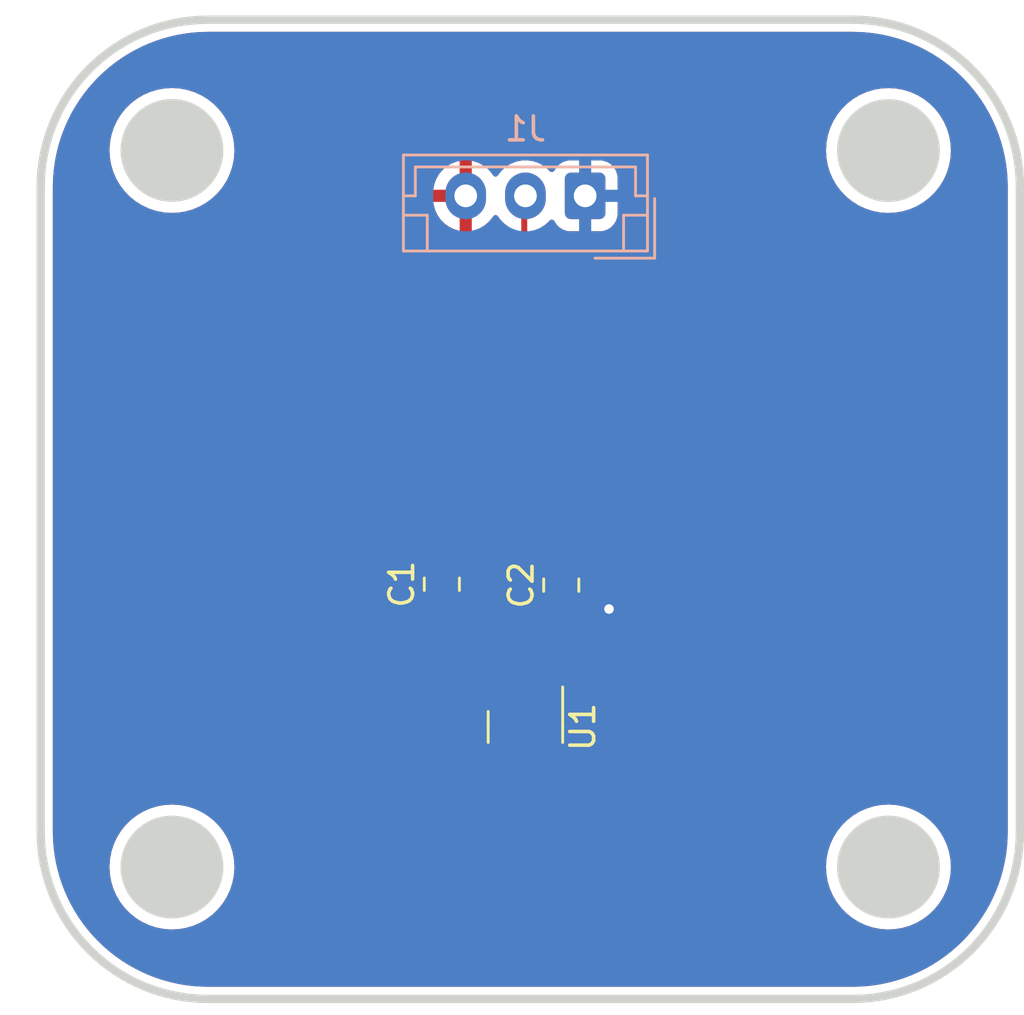
<source format=kicad_pcb>
(kicad_pcb (version 20211014) (generator pcbnew)
  (layers (0 "F.Cu" signal) (31 "B.Cu" signal) (34 "B.Paste" user) (35 "F.Paste" user) (36 "B.SilkS" user "B.Silkscreen") (37 "F.SilkS" user "F.Silkscreen") (38 "B.Mask" user) (39 "F.Mask" user) (44 "Edge.Cuts" user))
  (net 0 "")
  (net 1 "/Vout")
  (net 2 "GNDREF")
  (net 3 "+3V3")
  (footprint "Capacitor_SMD:C_0805_2012Metric_Pad1.18x1.45mm_HandSolder" (layer "F.Cu") (at 137 75 90)
    (fp_text reference "C2" (at 0 -1.68 90) (layer "F.SilkS"))
    (fp_text value "100nf")
    (fp_line (start -0.261252 -0.735) (end 0.261252 -0.735) (layer "F.SilkS") (width 0.12))
    (fp_line (start -0.261252 0.735) (end 0.261252 0.735) (layer "F.SilkS") (width 0.12))
    (pad "1" smd roundrect (at -1.0375 0 90) (size 1.175 1.45) (layers "F.Cu" "F.Paste" "F.Mask") (roundrect_rratio 0.2127659574) (net 3 "+3V3"))
    (pad "2" smd roundrect (at 1.0375 0 90) (size 1.175 1.45) (layers "F.Cu" "F.Paste" "F.Mask") (roundrect_rratio 0.2127659574) (net 2 "GNDREF"))
  )
  (footprint "Capacitor_SMD:C_0805_2012Metric_Pad1.18x1.45mm_HandSolder" (layer "F.Cu") (at 132 74.9625 90)
    (fp_text reference "C1" (at 0 -1.68 90) (layer "F.SilkS"))
    (fp_text value "4.7nf")
    (fp_line (start -0.261252 -0.735) (end 0.261252 -0.735) (layer "F.SilkS") (width 0.12))
    (fp_line (start -0.261252 0.735) (end 0.261252 0.735) (layer "F.SilkS") (width 0.12))
    (pad "1" smd roundrect (at -1.0375 0 90) (size 1.175 1.45) (layers "F.Cu" "F.Paste" "F.Mask") (roundrect_rratio 0.2127659574) (net 1 "/Vout"))
    (pad "2" smd roundrect (at 1.0375 0 90) (size 1.175 1.45) (layers "F.Cu" "F.Paste" "F.Mask") (roundrect_rratio 0.2127659574) (net 2 "GNDREF"))
  )
  (footprint "Package_TO_SOT_SMD:SOT-23" (layer "F.Cu") (at 135.5 80.9375 -90)
    (fp_text reference "U1" (at 0 -2.4 90) (layer "F.SilkS"))
    (fp_text value "MT9105ET")
    (fp_line (start 0 1.56) (end -0.65 1.56) (layer "F.SilkS") (width 0.12))
    (fp_line (start 0 -1.56) (end -1.675 -1.56) (layer "F.SilkS") (width 0.12))
    (fp_line (start 0 1.56) (end 0.65 1.56) (layer "F.SilkS") (width 0.12))
    (fp_line (start 0 -1.56) (end 0.65 -1.56) (layer "F.SilkS") (width 0.12))
    (pad "1" smd roundrect (at -0.9375 -0.95 270) (size 1.475 0.6) (layers "F.Cu" "F.Paste" "F.Mask") (net 3 "+3V3"))
    (pad "2" smd roundrect (at -0.9375 0.95 270) (size 1.475 0.6) (layers "F.Cu" "F.Paste" "F.Mask") (net 1 "/Vout"))
    (pad "3" smd roundrect (at 0.9375 0 270) (size 1.475 0.6) (layers "F.Cu" "F.Paste" "F.Mask") (net 2 "GNDREF"))
  )
  (footprint "Connector_JST:JST_EH_B3B-EH-A_1x03_P2.50mm_Vertical" (layer "B.Cu") (at 138 58.7 180)
    (fp_text reference "J1" (at 2.5 2.8) (layer "B.SilkS") (effects (justify mirror)))
    (fp_text value "Conn_01x03_Female")
    (fp_line (start 7.61 1.71) (end -2.61 1.71) (layer "B.SilkS") (width 0.12))
    (fp_line (start -2.11 0) (end -2.11 1.21) (layer "B.SilkS") (width 0.12))
    (fp_line (start -2.61 0) (end -2.11 0) (layer "B.SilkS") (width 0.12))
    (fp_line (start -2.61 -0.81) (end -1.61 -0.81) (layer "B.SilkS") (width 0.12))
    (fp_line (start 7.11 1.21) (end 7.11 0) (layer "B.SilkS") (width 0.12))
    (fp_line (start -2.61 1.71) (end -2.61 -2.31) (layer "B.SilkS") (width 0.12))
    (fp_line (start -2.61 -2.31) (end 7.61 -2.31) (layer "B.SilkS") (width 0.12))
    (fp_line (start 7.61 -0.81) (end 6.61 -0.81) (layer "B.SilkS") (width 0.12))
    (fp_line (start -2.91 -0.11) (end -2.91 -2.61) (layer "B.SilkS") (width 0.12))
    (fp_line (start -2.91 -2.61) (end -0.41 -2.61) (layer "B.SilkS") (width 0.12))
    (fp_line (start 6.61 -0.81) (end 6.61 -2.31) (layer "B.SilkS") (width 0.12))
    (fp_line (start 7.61 -2.31) (end 7.61 1.71) (layer "B.SilkS") (width 0.12))
    (fp_line (start 7.11 0) (end 7.61 0) (layer "B.SilkS") (width 0.12))
    (fp_line (start -1.61 -0.81) (end -1.61 -2.31) (layer "B.SilkS") (width 0.12))
    (fp_line (start -2.11 1.21) (end 7.11 1.21) (layer "B.SilkS") (width 0.12))
    (pad "1" thru_hole roundrect (at 0 0 180) (size 1.7 1.95) (drill 0.95) (layers *.Cu *.Mask) (roundrect_rratio 0.1470588235) (net 3 "+3V3"))
    (pad "2" thru_hole oval (at 2.5 0 180) (size 1.7 1.95) (drill 0.95) (layers *.Cu *.Mask) (net 1 "/Vout"))
    (pad "3" thru_hole oval (at 5 0 180) (size 1.7 1.95) (drill 0.95) (layers *.Cu *.Mask) (net 2 "GNDREF"))
  )
  (gr_line (start 120.831757 92.1889) (end 120.497514 92.113533) (layer "Edge.Cuts") (width 0.349999))
  (gr_line (start 156.127053 86.358335) (end 156.068021 86.696656) (layer "Edge.Cuts") (width 0.349999))
  (gr_line (start 152.797731 91.331617) (end 152.5 91.5) (layer "Edge.Cuts") (width 0.349999))
  (gr_line (start 155.379121 88.620879) (end 155.210738 88.91861) (layer "Edge.Cuts") (width 0.349999))
  (gr_line (start 117.767462 90.739395) (end 117.505547 90.513755) (layer "Edge.Cuts") (width 0.349999))
  (gr_line (start 154.153516 90.274395) (end 153.901988 90.513755) (layer "Edge.Cuts") (width 0.349999))
  (gr_line (start 153.640072 90.739395) (end 153.368341 90.951077) (layer "Edge.Cuts") (width 0.349999))
  (gr_line (start 154.392876 90.022867) (end 154.153516 90.274395) (layer "Edge.Cuts") (width 0.349999))
  (gr_line (start 115.339513 56.952637) (end 115.414879 56.618393) (layer "Edge.Cuts") (width 0.349999))
  (gr_line (start 115.203767 58.324646) (end 115.21237 57.977536) (layer "Edge.Cuts") (width 0.349999))
  (gr_line (start 151.563981 91.914747) (end 151.239613 92.022069) (layer "Edge.Cuts") (width 0.349999))
  (gr_line (start 115.23802 57.632782) (end 115.28048 57.290958) (layer "Edge.Cuts") (width 0.349999))
  (gr_line (start 115.874938 55.333665) (end 116.028412 55.028413) (layer "Edge.Cuts") (width 0.349999))
  (gr_line (start 150.91002 92.113533) (end 150.575777 92.1889) (layer "Edge.Cuts") (width 0.349999))
  (gr_line (start 155.793868 55.964432) (end 155.90119 56.2888) (layer "Edge.Cuts") (width 0.349999))
  (gr_line (start 151.882551 91.791802) (end 151.563981 91.914747) (layer "Edge.Cuts") (width 0.349999))
  (gr_line (start 115.613666 87.684859) (end 115.506343 87.360491) (layer "Edge.Cuts") (width 0.349999))
  (gr_line (start 152.194748 91.653474) (end 151.882551 91.791802) (layer "Edge.Cuts") (width 0.349999))
  (gr_line (start 155.532595 55.333665) (end 155.670923 55.645862) (layer "Edge.Cuts") (width 0.349999))
  (gr_line (start 115.28048 57.290958) (end 115.339513 56.952637) (layer "Edge.Cuts") (width 0.349999))
  (gr_line (start 153.08737 91.148564) (end 152.797731 91.331617) (layer "Edge.Cuts") (width 0.349999))
  (gr_line (start 121.511903 51.358899) (end 121.856657 51.333249) (layer "Edge.Cuts") (width 0.349999))
  (gr_line (start 150.237456 92.247932) (end 149.895631 92.290392) (layer "Edge.Cuts") (width 0.349999))
  (gr_line (start 116.789019 89.760951) (end 116.577336 89.48922) (layer "Edge.Cuts") (width 0.349999))
  (gr_line (start 116.028412 88.620878) (end 115.874938 88.315626) (layer "Edge.Cuts") (width 0.349999))
  (gr_line (start 155.670923 88.00343) (end 155.532595 88.315627) (layer "Edge.Cuts") (width 0.349999))
  (gr_line (start 115.21237 57.977536) (end 115.23802 57.632782) (layer "Edge.Cuts") (width 0.349999))
  (gr_line (start 156.203767 58.324646) (end 156.203767 85.324646) (layer "Edge.Cuts") (width 0.349999))
  (gr_line (start 115.73661 55.645863) (end 115.874938 55.333665) (layer "Edge.Cuts") (width 0.349999))
  (gr_line (start 119.524983 51.857489) (end 119.843553 51.734545) (layer "Edge.Cuts") (width 0.349999))
  (gr_circle (center 120.7 56.8) (end 122.80238 56.8) (layer "Edge.Cuts") (width 0.1) (fill solid))
  (gr_line (start 117.014659 53.626426) (end 117.25402 53.374899) (layer "Edge.Cuts") (width 0.349999))
  (gr_line (start 115.28048 86.358333) (end 115.23802 86.016509) (layer "Edge.Cuts") (width 0.349999))
  (gr_line (start 149.895631 92.290392) (end 149.550877 92.316043) (layer "Edge.Cuts") (width 0.349999))
  (gr_line (start 121.170078 92.247932) (end 120.831757 92.1889) (layer "Edge.Cuts") (width 0.349999))
  (gr_line (start 115.506343 56.2888) (end 115.613666 55.964432) (layer "Edge.Cuts") (width 0.349999))
  (gr_line (start 150.575777 51.460392) (end 150.91002 51.535758) (layer "Edge.Cuts") (width 0.349999))
  (gr_line (start 154.830198 89.48922) (end 154.618516 89.760951) (layer "Edge.Cuts") (width 0.349999))
  (gr_line (start 155.027685 89.208249) (end 154.830198 89.48922) (layer "Edge.Cuts") (width 0.349999))
  (gr_line (start 156.203767 85.324646) (end 156.203767 85.324646) (layer "Edge.Cuts") (width 0.349999))
  (gr_line (start 156.203767 58.324646) (end 156.203767 58.324646) (layer "Edge.Cuts") (width 0.349999))
  (gr_line (start 119.212786 91.653474) (end 118.907534 91.5) (layer "Edge.Cuts") (width 0.349999))
  (gr_line (start 115.506343 87.360491) (end 115.414879 87.030898) (layer "Edge.Cuts") (width 0.349999))
  (gr_line (start 153.901988 53.135538) (end 154.153516 53.374899) (layer "Edge.Cuts") (width 0.349999))
  (gr_line (start 154.830198 54.160072) (end 155.027685 54.441043) (layer "Edge.Cuts") (width 0.349999))
  (gr_line (start 155.379121 55.028413) (end 155.532595 55.333665) (layer "Edge.Cuts") (width 0.349999))
  (gr_line (start 155.532595 88.315627) (end 155.379121 88.620879) (layer "Edge.Cuts") (width 0.349999))
  (gr_line (start 153.368341 90.951077) (end 153.08737 91.148564) (layer "Edge.Cuts") (width 0.349999))
  (gr_line (start 156.169513 57.632782) (end 156.195164 57.977536) (layer "Edge.Cuts") (width 0.349999))
  (gr_line (start 149.203767 92.324646) (end 149.203767 92.324646) (layer "Edge.Cuts") (width 0.349999))
  (gr_line (start 155.90119 56.2888) (end 155.992654 56.618393) (layer "Edge.Cuts") (width 0.349999))
  (gr_line (start 118.039193 90.951077) (end 117.767462 90.739395) (layer "Edge.Cuts") (width 0.349999))
  (gr_line (start 120.831757 51.460392) (end 121.170078 51.401359) (layer "Edge.Cuts") (width 0.349999))
  (gr_line (start 115.21237 85.671756) (end 115.203767 85.324646) (layer "Edge.Cuts") (width 0.349999))
  (gr_line (start 156.127053 57.290957) (end 156.169513 57.632782) (layer "Edge.Cuts") (width 0.349999))
  (gr_line (start 120.167921 92.022069) (end 119.843553 91.914747) (layer "Edge.Cuts") (width 0.349999))
  (gr_line (start 119.524983 91.791802) (end 119.212786 91.653474) (layer "Edge.Cuts") (width 0.349999))
  (gr_line (start 151.239613 92.022069) (end 150.91002 92.113533) (layer "Edge.Cuts") (width 0.349999))
  (gr_line (start 115.339513 86.696654) (end 115.28048 86.358333) (layer "Edge.Cuts") (width 0.349999))
  (gr_line (start 119.843553 51.734545) (end 120.167921 51.627222) (layer "Edge.Cuts") (width 0.349999))
  (gr_line (start 154.392876 53.626426) (end 154.618516 53.888341) (layer "Edge.Cuts") (width 0.349999))
  (gr_line (start 118.039193 52.698215) (end 118.320164 52.500728) (layer "Edge.Cuts") (width 0.349999))
  (gr_line (start 121.170078 51.401359) (end 121.511903 51.358899) (layer "Edge.Cuts") (width 0.349999))
  (gr_line (start 117.767462 52.909898) (end 118.039193 52.698215) (layer "Edge.Cuts") (width 0.349999))
  (gr_line (start 122.203767 92.324646) (end 122.203767 92.324646) (layer "Edge.Cuts") (width 0.349999))
  (gr_line (start 115.203767 85.324646) (end 115.203767 58.324646) (layer "Edge.Cuts") (width 0.349999))
  (gr_line (start 115.874938 88.315626) (end 115.73661 88.003428) (layer "Edge.Cuts") (width 0.349999))
  (gr_line (start 116.028412 55.028413) (end 116.196795 54.730682) (layer "Edge.Cuts") (width 0.349999))
  (gr_line (start 156.195164 85.671756) (end 156.169513 86.01651) (layer "Edge.Cuts") (width 0.349999))
  (gr_line (start 151.882551 51.857489) (end 152.194748 51.995817) (layer "Edge.Cuts") (width 0.349999))
  (gr_line (start 120.497514 92.113533) (end 120.167921 92.022069) (layer "Edge.Cuts") (width 0.349999))
  (gr_line (start 121.856657 51.333249) (end 122.203767 51.324646) (layer "Edge.Cuts") (width 0.349999))
  (gr_line (start 156.068021 56.952636) (end 156.127053 57.290957) (layer "Edge.Cuts") (width 0.349999))
  (gr_circle (center 150.7 56.802379) (end 152.80238 56.802379) (layer "Edge.Cuts") (width 0.1) (fill solid))
  (gr_line (start 117.25402 90.274395) (end 117.014659 90.022867) (layer "Edge.Cuts") (width 0.349999))
  (gr_line (start 156.068021 86.696656) (end 155.992654 87.030899) (layer "Edge.Cuts") (width 0.349999))
  (gr_line (start 119.843553 91.914747) (end 119.524983 91.791802) (layer "Edge.Cuts") (width 0.349999))
  (gr_line (start 154.153516 90.274395) (end 154.153516 90.274395) (layer "Edge.Cuts") (width 0.349999))
  (gr_line (start 153.368341 52.698215) (end 153.640072 52.909898) (layer "Edge.Cuts") (width 0.349999))
  (gr_line (start 150.91002 51.535758) (end 151.239613 51.627222) (layer "Edge.Cuts") (width 0.349999))
  (gr_line (start 151.563981 51.734545) (end 151.882551 51.857489) (layer "Edge.Cuts") (width 0.349999))
  (gr_line (start 154.618516 89.760951) (end 154.392876 90.022867) (layer "Edge.Cuts") (width 0.349999))
  (gr_line (start 155.90119 87.360492) (end 155.793868 87.68486) (layer "Edge.Cuts") (width 0.349999))
  (gr_line (start 149.895631 51.358899) (end 150.237456 51.401359) (layer "Edge.Cuts") (width 0.349999))
  (gr_line (start 115.414879 87.030898) (end 115.339513 86.696654) (layer "Edge.Cuts") (width 0.349999))
  (gr_line (start 116.577336 54.160072) (end 116.789019 53.888342) (layer "Edge.Cuts") (width 0.349999))
  (gr_line (start 120.497514 51.535758) (end 120.831757 51.460392) (layer "Edge.Cuts") (width 0.349999))
  (gr_line (start 116.379849 89.208248) (end 116.196795 88.91861) (layer "Edge.Cuts") (width 0.349999))
  (gr_circle (center 120.7 86.802379) (end 122.80238 86.802379) (layer "Edge.Cuts") (width 0.1) (fill solid))
  (gr_line (start 121.511903 92.290392) (end 121.170078 92.247932) (layer "Edge.Cuts") (width 0.349999))
  (gr_line (start 118.907534 91.5) (end 118.609802 91.331617) (layer "Edge.Cuts") (width 0.349999))
  (gr_line (start 155.027685 54.441043) (end 155.210738 54.730681) (layer "Edge.Cuts") (width 0.349999))
  (gr_line (start 117.505547 90.513755) (end 117.25402 90.274395) (layer "Edge.Cuts") (width 0.349999))
  (gr_line (start 115.613666 55.964432) (end 115.73661 55.645863) (layer "Edge.Cuts") (width 0.349999))
  (gr_line (start 149.203767 92.324646) (end 122.203767 92.324646) (layer "Edge.Cuts") (width 0.349999))
  (gr_line (start 156.169513 86.01651) (end 156.127053 86.358335) (layer "Edge.Cuts") (width 0.349999))
  (gr_line (start 153.640072 52.909898) (end 153.901988 53.135538) (layer "Edge.Cuts") (width 0.349999))
  (gr_line (start 118.320164 52.500728) (end 118.609802 52.317674) (layer "Edge.Cuts") (width 0.349999))
  (gr_line (start 149.550877 92.316043) (end 149.203767 92.324646) (layer "Edge.Cuts") (width 0.349999))
  (gr_line (start 150.575777 92.1889) (end 150.237456 92.247932) (layer "Edge.Cuts") (width 0.349999))
  (gr_line (start 118.609802 91.331617) (end 118.320164 91.148564) (layer "Edge.Cuts") (width 0.349999))
  (gr_line (start 115.73661 88.003428) (end 115.613666 87.684859) (layer "Edge.Cuts") (width 0.349999))
  (gr_line (start 155.992654 56.618393) (end 156.068021 56.952636) (layer "Edge.Cuts") (width 0.349999))
  (gr_line (start 122.203767 51.324646) (end 149.203767 51.324646) (layer "Edge.Cuts") (width 0.349999))
  (gr_line (start 117.25402 90.274395) (end 117.25402 90.274395) (layer "Edge.Cuts") (width 0.349999))
  (gr_line (start 117.25402 53.374899) (end 117.505547 53.135538) (layer "Edge.Cuts") (width 0.349999))
  (gr_circle (center 150.7 86.802379) (end 152.80238 86.802379) (layer "Edge.Cuts") (width 0.1) (fill solid))
  (gr_line (start 152.5 52.149291) (end 152.797731 52.317674) (layer "Edge.Cuts") (width 0.349999))
  (gr_line (start 118.320164 91.148564) (end 118.039193 90.951077) (layer "Edge.Cuts") (width 0.349999))
  (gr_line (start 155.210738 88.91861) (end 155.027685 89.208249) (layer "Edge.Cuts") (width 0.349999))
  (gr_line (start 117.25402 53.374899) (end 117.25402 53.374899) (layer "Edge.Cuts") (width 0.349999))
  (gr_line (start 153.08737 52.500728) (end 153.368341 52.698215) (layer "Edge.Cuts") (width 0.349999))
  (gr_line (start 117.014659 90.022867) (end 116.789019 89.760951) (layer "Edge.Cuts") (width 0.349999))
  (gr_line (start 156.195164 57.977536) (end 156.203767 58.324646) (layer "Edge.Cuts") (width 0.349999))
  (gr_line (start 119.212786 51.995817) (end 119.524983 51.857489) (layer "Edge.Cuts") (width 0.349999))
  (gr_line (start 152.194748 51.995817) (end 152.5 52.149291) (layer "Edge.Cuts") (width 0.349999))
  (gr_line (start 150.237456 51.401359) (end 150.575777 51.460392) (layer "Edge.Cuts") (width 0.349999))
  (gr_line (start 122.203767 92.324646) (end 121.856657 92.316043) (layer "Edge.Cuts") (width 0.349999))
  (gr_line (start 154.153516 53.374899) (end 154.392876 53.626426) (layer "Edge.Cuts") (width 0.349999))
  (gr_line (start 116.196795 88.91861) (end 116.028412 88.620878) (layer "Edge.Cuts") (width 0.349999))
  (gr_line (start 155.793868 87.68486) (end 155.670923 88.00343) (layer "Edge.Cuts") (width 0.349999))
  (gr_line (start 149.203767 51.324646) (end 149.203767 51.324646) (layer "Edge.Cuts") (width 0.349999))
  (gr_line (start 116.379849 54.441043) (end 116.577336 54.160072) (layer "Edge.Cuts") (width 0.349999))
  (gr_line (start 153.901988 90.513755) (end 153.640072 90.739395) (layer "Edge.Cuts") (width 0.349999))
  (gr_line (start 149.550877 51.333249) (end 149.895631 51.358899) (layer "Edge.Cuts") (width 0.349999))
  (gr_line (start 116.577336 89.48922) (end 116.379849 89.208248) (layer "Edge.Cuts") (width 0.349999))
  (gr_line (start 155.670923 55.645862) (end 155.793868 55.964432) (layer "Edge.Cuts") (width 0.349999))
  (gr_line (start 115.414879 56.618393) (end 115.506343 56.2888) (layer "Edge.Cuts") (width 0.349999))
  (gr_line (start 155.992654 87.030899) (end 155.90119 87.360492) (layer "Edge.Cuts") (width 0.349999))
  (gr_line (start 115.203767 58.324646) (end 115.203767 58.324646) (layer "Edge.Cuts") (width 0.349999))
  (gr_line (start 151.239613 51.627222) (end 151.563981 51.734545) (layer "Edge.Cuts") (width 0.349999))
  (gr_line (start 120.167921 51.627222) (end 120.497514 51.535758) (layer "Edge.Cuts") (width 0.349999))
  (gr_line (start 116.196795 54.730682) (end 116.379849 54.441043) (layer "Edge.Cuts") (width 0.349999))
  (gr_line (start 154.618516 53.888341) (end 154.830198 54.160072) (layer "Edge.Cuts") (width 0.349999))
  (gr_line (start 118.907534 52.149291) (end 119.212786 51.995817) (layer "Edge.Cuts") (width 0.349999))
  (gr_line (start 122.203767 51.324646) (end 122.203767 51.324646) (layer "Edge.Cuts") (width 0.349999))
  (gr_line (start 116.789019 53.888342) (end 117.014659 53.626426) (layer "Edge.Cuts") (width 0.349999))
  (gr_line (start 156.203767 85.324646) (end 156.195164 85.671756) (layer "Edge.Cuts") (width 0.349999))
  (gr_line (start 115.23802 86.016509) (end 115.21237 85.671756) (layer "Edge.Cuts") (width 0.349999))
  (gr_line (start 117.505547 53.135538) (end 117.767462 52.909898) (layer "Edge.Cuts") (width 0.349999))
  (gr_line (start 152.797731 52.317674) (end 153.08737 52.500728) (layer "Edge.Cuts") (width 0.349999))
  (gr_line (start 154.153516 53.374899) (end 154.153516 53.374899) (layer "Edge.Cuts") (width 0.349999))
  (gr_line (start 155.210738 54.730681) (end 155.379121 55.028413) (layer "Edge.Cuts") (width 0.349999))
  (gr_line (start 149.203767 51.324646) (end 149.550877 51.333249) (layer "Edge.Cuts") (width 0.349999))
  (gr_line (start 118.609802 52.317674) (end 118.907534 52.149291) (layer "Edge.Cuts") (width 0.349999))
  (gr_line (start 121.856657 92.316043) (end 121.511903 92.290392) (layer "Edge.Cuts") (width 0.349999))
  (gr_line (start 152.5 91.5) (end 152.194748 91.653474) (layer "Edge.Cuts") (width 0.349999))
  (segment (start 133 76) (end 135 74) (width 0.25) (layer "F.Cu") (net 1))
  (segment (start 135.45 64.55) (end 135 65) (width 0.25) (layer "F.Cu") (net 1))
  (segment (start 132 76) (end 133 76) (width 0.25) (layer "F.Cu") (net 1))
  (segment (start 135 65) (end 135 67) (width 0.25) (layer "F.Cu") (net 1))
  (segment (start 135 74) (end 135 66.5325) (width 0.25) (layer "F.Cu") (net 1))
  (segment (start 134.55 80) (end 134.55 78.55) (width 0.25) (layer "F.Cu") (net 1))
  (segment (start 135.45 58.7) (end 135.45 64.55) (width 0.25) (layer "F.Cu") (net 1))
  (segment (start 134.55 78.55) (end 132 76) (width 0.25) (layer "F.Cu") (net 1))
  (segment (start 137 76.0375) (end 138.9625 76.0375) (width 0.25) (layer "F.Cu") (net 3))
  (segment (start 138.9625 76.0375) (end 139 76) (width 0.25) (layer "F.Cu") (net 3))
  (segment (start 136.9625 79.4875) (end 136.45 80) (width 0.25) (layer "F.Cu") (net 3))
  (segment (start 137 76) (end 136.9625 79.4875) (width 0.25) (layer "F.Cu") (net 3))
  (via (at 139 76) (size 0.8) (drill 0.4) (layers "F.Cu" "B.Cu") (net 3))
  (zone (net 2) (net_name "GNDREF") (layer "F.Cu") (connect_pads (clearance 0.508)) (min_thickness 0.254) (fill yes (thermal_gap 0.508) (thermal_bridge_width 0.508))
    (polygon (pts (xy 156 93) (xy 113.5 93) (xy 114 50.5) (xy 156 50.5)))
  )
  (zone (net 3) (net_name "+3V3") (layer "B.Cu") (connect_pads (clearance 0.508)) (min_thickness 0.254) (fill yes (thermal_gap 0.508) (thermal_bridge_width 0.508))
    (polygon (pts (xy 156 93) (xy 113.5 93) (xy 114 50.5) (xy 156 50.5)))
  )
)
</source>
